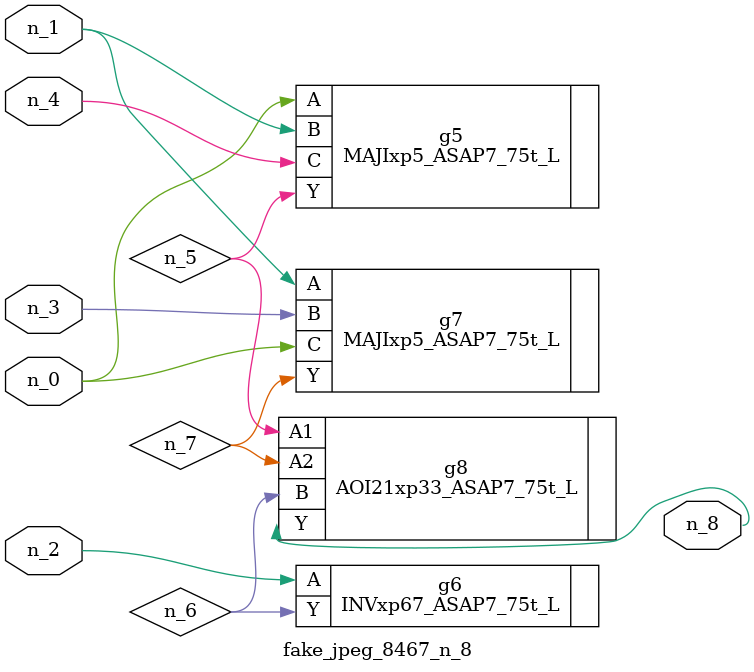
<source format=v>
module fake_jpeg_8467_n_8 (n_3, n_2, n_1, n_0, n_4, n_8);

input n_3;
input n_2;
input n_1;
input n_0;
input n_4;

output n_8;

wire n_6;
wire n_5;
wire n_7;

MAJIxp5_ASAP7_75t_L g5 ( 
.A(n_0),
.B(n_1),
.C(n_4),
.Y(n_5)
);

INVxp67_ASAP7_75t_L g6 ( 
.A(n_2),
.Y(n_6)
);

MAJIxp5_ASAP7_75t_L g7 ( 
.A(n_1),
.B(n_3),
.C(n_0),
.Y(n_7)
);

AOI21xp33_ASAP7_75t_L g8 ( 
.A1(n_5),
.A2(n_7),
.B(n_6),
.Y(n_8)
);


endmodule
</source>
